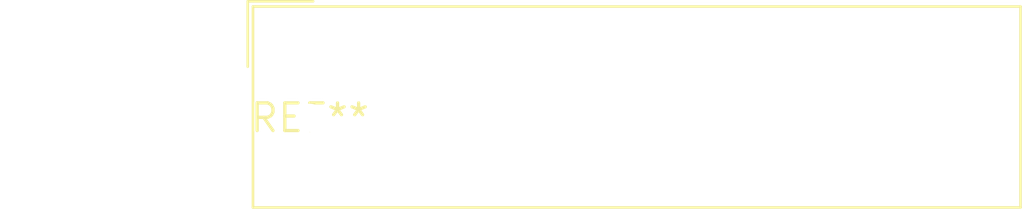
<source format=kicad_pcb>
(kicad_pcb (version 20240108) (generator pcbnew)
  (layers (0 "F.Cu" signal) (31 "B.Cu" signal) (34 "B.Paste" user) (35 "F.Paste" user) (36 "B.SilkS" user "B.Silkscreen") (37 "F.SilkS" user "F.Silkscreen") (38 "B.Mask" user) (39 "F.Mask" user) (44 "Edge.Cuts" user))
  (net 0 "")
  (footprint "Altech_AK100_1x07_P5.00mm" (layer "F.Cu") (at 0 0)
    (property "Reference" "REF**")
    (property "Value" "Altech_AK100_1x07_P5.00mm")
    (fp_line (start -2.85 -5.35) (end 0.15 -5.35) (layer "F.SilkS") (stroke (width 0.12)))
    (fp_line (start -2.85 -2.35) (end -2.85 -5.35) (layer "F.SilkS") (stroke (width 0.12)))
    (fp_line (start -2.61 -5.11) (end -2.61 4.11) (layer "F.SilkS") (stroke (width 0.12)))
    (fp_line (start -2.61 -5.11) (end 32.61 -5.11) (layer "F.SilkS") (stroke (width 0.12)))
    (fp_line (start -2.61 4.11) (end 32.61 4.11) (layer "F.SilkS") (stroke (width 0.12)))
    (fp_line (start 32.61 -5.11) (end 32.61 4.11) (layer "F.SilkS") (stroke (width 0.12)))
    (pad "1" thru_hole rect (at 0 0) (size 3 3) (drill 1.3) (layers *.Cu *.Mask) (remove_unused_layers))
    (pad "2" thru_hole circle (at 5 0) (size 3 3) (drill 1.3) (layers *.Cu *.Mask) (remove_unused_layers))
    (pad "3" thru_hole circle (at 10 0) (size 3 3) (drill 1.3) (layers *.Cu *.Mask) (remove_unused_layers))
    (pad "4" thru_hole circle (at 15 0) (size 3 3) (drill 1.3) (layers *.Cu *.Mask) (remove_unused_layers))
    (pad "5" thru_hole circle (at 20 0) (size 3 3) (drill 1.3) (layers *.Cu *.Mask) (remove_unused_layers))
    (pad "6" thru_hole circle (at 25 0) (size 3 3) (drill 1.3) (layers *.Cu *.Mask) (remove_unused_layers))
    (pad "7" thru_hole circle (at 30 0) (size 3 3) (drill 1.3) (layers *.Cu *.Mask) (remove_unused_layers))
  )
)
</source>
